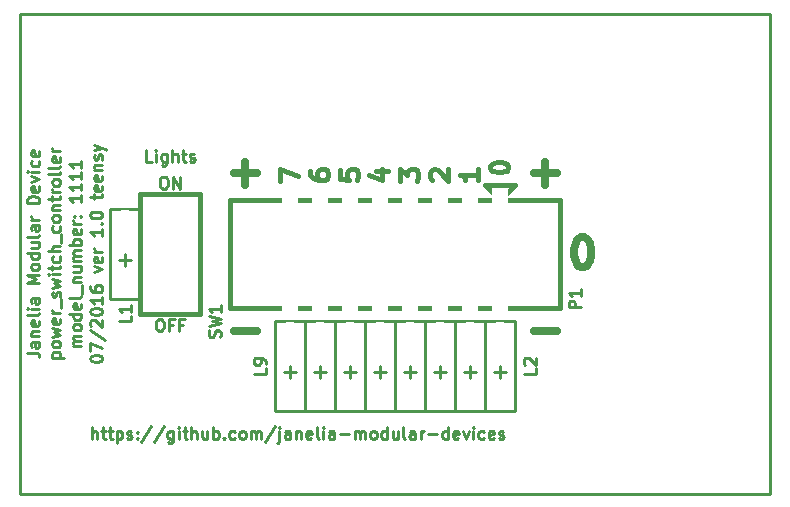
<source format=gto>
G04 #@! TF.FileFunction,Legend,Top*
%FSLAX46Y46*%
G04 Gerber Fmt 4.6, Leading zero omitted, Abs format (unit mm)*
G04 Created by KiCad (PCBNEW 4.1.0-alpha+201607250105+6992~46~ubuntu16.04.1-product) date Mon Jul 25 10:02:05 2016*
%MOMM*%
%LPD*%
G01*
G04 APERTURE LIST*
%ADD10C,0.100000*%
%ADD11C,0.635000*%
%ADD12C,0.254000*%
%ADD13C,0.381000*%
%ADD14C,0.228600*%
%ADD15O,2.254200X2.940000*%
%ADD16R,2.254200X2.940000*%
%ADD17C,3.956000*%
%ADD18O,1.924000X2.432000*%
%ADD19R,1.416000X4.895800*%
%ADD20O,2.559000X2.051000*%
G04 APERTURE END LIST*
D10*
D11*
X121164047Y-98304047D02*
X121405952Y-98304047D01*
X121647857Y-98425000D01*
X121768809Y-98545952D01*
X121889761Y-98787857D01*
X122010714Y-99271666D01*
X122010714Y-99876428D01*
X121889761Y-100360238D01*
X121768809Y-100602142D01*
X121647857Y-100723095D01*
X121405952Y-100844047D01*
X121164047Y-100844047D01*
X120922142Y-100723095D01*
X120801190Y-100602142D01*
X120680238Y-100360238D01*
X120559285Y-99876428D01*
X120559285Y-99271666D01*
X120680238Y-98787857D01*
X120801190Y-98545952D01*
X120922142Y-98425000D01*
X121164047Y-98304047D01*
D12*
X79737857Y-115394619D02*
X79737857Y-114378619D01*
X80173285Y-115394619D02*
X80173285Y-114862428D01*
X80124904Y-114765666D01*
X80028142Y-114717285D01*
X79883000Y-114717285D01*
X79786238Y-114765666D01*
X79737857Y-114814047D01*
X80511952Y-114717285D02*
X80899000Y-114717285D01*
X80657095Y-114378619D02*
X80657095Y-115249476D01*
X80705476Y-115346238D01*
X80802238Y-115394619D01*
X80899000Y-115394619D01*
X81092523Y-114717285D02*
X81479571Y-114717285D01*
X81237666Y-114378619D02*
X81237666Y-115249476D01*
X81286047Y-115346238D01*
X81382809Y-115394619D01*
X81479571Y-115394619D01*
X81818238Y-114717285D02*
X81818238Y-115733285D01*
X81818238Y-114765666D02*
X81915000Y-114717285D01*
X82108523Y-114717285D01*
X82205285Y-114765666D01*
X82253666Y-114814047D01*
X82302047Y-114910809D01*
X82302047Y-115201095D01*
X82253666Y-115297857D01*
X82205285Y-115346238D01*
X82108523Y-115394619D01*
X81915000Y-115394619D01*
X81818238Y-115346238D01*
X82689095Y-115346238D02*
X82785857Y-115394619D01*
X82979380Y-115394619D01*
X83076142Y-115346238D01*
X83124523Y-115249476D01*
X83124523Y-115201095D01*
X83076142Y-115104333D01*
X82979380Y-115055952D01*
X82834238Y-115055952D01*
X82737476Y-115007571D01*
X82689095Y-114910809D01*
X82689095Y-114862428D01*
X82737476Y-114765666D01*
X82834238Y-114717285D01*
X82979380Y-114717285D01*
X83076142Y-114765666D01*
X83559952Y-115297857D02*
X83608333Y-115346238D01*
X83559952Y-115394619D01*
X83511571Y-115346238D01*
X83559952Y-115297857D01*
X83559952Y-115394619D01*
X83559952Y-114765666D02*
X83608333Y-114814047D01*
X83559952Y-114862428D01*
X83511571Y-114814047D01*
X83559952Y-114765666D01*
X83559952Y-114862428D01*
X84769476Y-114330238D02*
X83898619Y-115636523D01*
X85833857Y-114330238D02*
X84963000Y-115636523D01*
X86607952Y-114717285D02*
X86607952Y-115539761D01*
X86559571Y-115636523D01*
X86511190Y-115684904D01*
X86414428Y-115733285D01*
X86269285Y-115733285D01*
X86172523Y-115684904D01*
X86607952Y-115346238D02*
X86511190Y-115394619D01*
X86317666Y-115394619D01*
X86220904Y-115346238D01*
X86172523Y-115297857D01*
X86124142Y-115201095D01*
X86124142Y-114910809D01*
X86172523Y-114814047D01*
X86220904Y-114765666D01*
X86317666Y-114717285D01*
X86511190Y-114717285D01*
X86607952Y-114765666D01*
X87091761Y-115394619D02*
X87091761Y-114717285D01*
X87091761Y-114378619D02*
X87043380Y-114427000D01*
X87091761Y-114475380D01*
X87140142Y-114427000D01*
X87091761Y-114378619D01*
X87091761Y-114475380D01*
X87430428Y-114717285D02*
X87817476Y-114717285D01*
X87575571Y-114378619D02*
X87575571Y-115249476D01*
X87623952Y-115346238D01*
X87720714Y-115394619D01*
X87817476Y-115394619D01*
X88156142Y-115394619D02*
X88156142Y-114378619D01*
X88591571Y-115394619D02*
X88591571Y-114862428D01*
X88543190Y-114765666D01*
X88446428Y-114717285D01*
X88301285Y-114717285D01*
X88204523Y-114765666D01*
X88156142Y-114814047D01*
X89510809Y-114717285D02*
X89510809Y-115394619D01*
X89075380Y-114717285D02*
X89075380Y-115249476D01*
X89123761Y-115346238D01*
X89220523Y-115394619D01*
X89365666Y-115394619D01*
X89462428Y-115346238D01*
X89510809Y-115297857D01*
X89994619Y-115394619D02*
X89994619Y-114378619D01*
X89994619Y-114765666D02*
X90091380Y-114717285D01*
X90284904Y-114717285D01*
X90381666Y-114765666D01*
X90430047Y-114814047D01*
X90478428Y-114910809D01*
X90478428Y-115201095D01*
X90430047Y-115297857D01*
X90381666Y-115346238D01*
X90284904Y-115394619D01*
X90091380Y-115394619D01*
X89994619Y-115346238D01*
X90913857Y-115297857D02*
X90962238Y-115346238D01*
X90913857Y-115394619D01*
X90865476Y-115346238D01*
X90913857Y-115297857D01*
X90913857Y-115394619D01*
X91833095Y-115346238D02*
X91736333Y-115394619D01*
X91542809Y-115394619D01*
X91446047Y-115346238D01*
X91397666Y-115297857D01*
X91349285Y-115201095D01*
X91349285Y-114910809D01*
X91397666Y-114814047D01*
X91446047Y-114765666D01*
X91542809Y-114717285D01*
X91736333Y-114717285D01*
X91833095Y-114765666D01*
X92413666Y-115394619D02*
X92316904Y-115346238D01*
X92268523Y-115297857D01*
X92220142Y-115201095D01*
X92220142Y-114910809D01*
X92268523Y-114814047D01*
X92316904Y-114765666D01*
X92413666Y-114717285D01*
X92558809Y-114717285D01*
X92655571Y-114765666D01*
X92703952Y-114814047D01*
X92752333Y-114910809D01*
X92752333Y-115201095D01*
X92703952Y-115297857D01*
X92655571Y-115346238D01*
X92558809Y-115394619D01*
X92413666Y-115394619D01*
X93187761Y-115394619D02*
X93187761Y-114717285D01*
X93187761Y-114814047D02*
X93236142Y-114765666D01*
X93332904Y-114717285D01*
X93478047Y-114717285D01*
X93574809Y-114765666D01*
X93623190Y-114862428D01*
X93623190Y-115394619D01*
X93623190Y-114862428D02*
X93671571Y-114765666D01*
X93768333Y-114717285D01*
X93913476Y-114717285D01*
X94010238Y-114765666D01*
X94058619Y-114862428D01*
X94058619Y-115394619D01*
X95268142Y-114330238D02*
X94397285Y-115636523D01*
X95606809Y-114717285D02*
X95606809Y-115588142D01*
X95558428Y-115684904D01*
X95461666Y-115733285D01*
X95413285Y-115733285D01*
X95606809Y-114378619D02*
X95558428Y-114427000D01*
X95606809Y-114475380D01*
X95655190Y-114427000D01*
X95606809Y-114378619D01*
X95606809Y-114475380D01*
X96526047Y-115394619D02*
X96526047Y-114862428D01*
X96477666Y-114765666D01*
X96380904Y-114717285D01*
X96187380Y-114717285D01*
X96090619Y-114765666D01*
X96526047Y-115346238D02*
X96429285Y-115394619D01*
X96187380Y-115394619D01*
X96090619Y-115346238D01*
X96042238Y-115249476D01*
X96042238Y-115152714D01*
X96090619Y-115055952D01*
X96187380Y-115007571D01*
X96429285Y-115007571D01*
X96526047Y-114959190D01*
X97009857Y-114717285D02*
X97009857Y-115394619D01*
X97009857Y-114814047D02*
X97058238Y-114765666D01*
X97155000Y-114717285D01*
X97300142Y-114717285D01*
X97396904Y-114765666D01*
X97445285Y-114862428D01*
X97445285Y-115394619D01*
X98316142Y-115346238D02*
X98219380Y-115394619D01*
X98025857Y-115394619D01*
X97929095Y-115346238D01*
X97880714Y-115249476D01*
X97880714Y-114862428D01*
X97929095Y-114765666D01*
X98025857Y-114717285D01*
X98219380Y-114717285D01*
X98316142Y-114765666D01*
X98364523Y-114862428D01*
X98364523Y-114959190D01*
X97880714Y-115055952D01*
X98945095Y-115394619D02*
X98848333Y-115346238D01*
X98799952Y-115249476D01*
X98799952Y-114378619D01*
X99332142Y-115394619D02*
X99332142Y-114717285D01*
X99332142Y-114378619D02*
X99283761Y-114427000D01*
X99332142Y-114475380D01*
X99380523Y-114427000D01*
X99332142Y-114378619D01*
X99332142Y-114475380D01*
X100251380Y-115394619D02*
X100251380Y-114862428D01*
X100203000Y-114765666D01*
X100106238Y-114717285D01*
X99912714Y-114717285D01*
X99815952Y-114765666D01*
X100251380Y-115346238D02*
X100154619Y-115394619D01*
X99912714Y-115394619D01*
X99815952Y-115346238D01*
X99767571Y-115249476D01*
X99767571Y-115152714D01*
X99815952Y-115055952D01*
X99912714Y-115007571D01*
X100154619Y-115007571D01*
X100251380Y-114959190D01*
X100735190Y-115007571D02*
X101509285Y-115007571D01*
X101993095Y-115394619D02*
X101993095Y-114717285D01*
X101993095Y-114814047D02*
X102041476Y-114765666D01*
X102138238Y-114717285D01*
X102283380Y-114717285D01*
X102380142Y-114765666D01*
X102428523Y-114862428D01*
X102428523Y-115394619D01*
X102428523Y-114862428D02*
X102476904Y-114765666D01*
X102573666Y-114717285D01*
X102718809Y-114717285D01*
X102815571Y-114765666D01*
X102863952Y-114862428D01*
X102863952Y-115394619D01*
X103492904Y-115394619D02*
X103396142Y-115346238D01*
X103347761Y-115297857D01*
X103299380Y-115201095D01*
X103299380Y-114910809D01*
X103347761Y-114814047D01*
X103396142Y-114765666D01*
X103492904Y-114717285D01*
X103638047Y-114717285D01*
X103734809Y-114765666D01*
X103783190Y-114814047D01*
X103831571Y-114910809D01*
X103831571Y-115201095D01*
X103783190Y-115297857D01*
X103734809Y-115346238D01*
X103638047Y-115394619D01*
X103492904Y-115394619D01*
X104702428Y-115394619D02*
X104702428Y-114378619D01*
X104702428Y-115346238D02*
X104605666Y-115394619D01*
X104412142Y-115394619D01*
X104315380Y-115346238D01*
X104267000Y-115297857D01*
X104218619Y-115201095D01*
X104218619Y-114910809D01*
X104267000Y-114814047D01*
X104315380Y-114765666D01*
X104412142Y-114717285D01*
X104605666Y-114717285D01*
X104702428Y-114765666D01*
X105621666Y-114717285D02*
X105621666Y-115394619D01*
X105186238Y-114717285D02*
X105186238Y-115249476D01*
X105234619Y-115346238D01*
X105331380Y-115394619D01*
X105476523Y-115394619D01*
X105573285Y-115346238D01*
X105621666Y-115297857D01*
X106250619Y-115394619D02*
X106153857Y-115346238D01*
X106105476Y-115249476D01*
X106105476Y-114378619D01*
X107073095Y-115394619D02*
X107073095Y-114862428D01*
X107024714Y-114765666D01*
X106927952Y-114717285D01*
X106734428Y-114717285D01*
X106637666Y-114765666D01*
X107073095Y-115346238D02*
X106976333Y-115394619D01*
X106734428Y-115394619D01*
X106637666Y-115346238D01*
X106589285Y-115249476D01*
X106589285Y-115152714D01*
X106637666Y-115055952D01*
X106734428Y-115007571D01*
X106976333Y-115007571D01*
X107073095Y-114959190D01*
X107556904Y-115394619D02*
X107556904Y-114717285D01*
X107556904Y-114910809D02*
X107605285Y-114814047D01*
X107653666Y-114765666D01*
X107750428Y-114717285D01*
X107847190Y-114717285D01*
X108185857Y-115007571D02*
X108959952Y-115007571D01*
X109879190Y-115394619D02*
X109879190Y-114378619D01*
X109879190Y-115346238D02*
X109782428Y-115394619D01*
X109588904Y-115394619D01*
X109492142Y-115346238D01*
X109443761Y-115297857D01*
X109395380Y-115201095D01*
X109395380Y-114910809D01*
X109443761Y-114814047D01*
X109492142Y-114765666D01*
X109588904Y-114717285D01*
X109782428Y-114717285D01*
X109879190Y-114765666D01*
X110750047Y-115346238D02*
X110653285Y-115394619D01*
X110459761Y-115394619D01*
X110363000Y-115346238D01*
X110314619Y-115249476D01*
X110314619Y-114862428D01*
X110363000Y-114765666D01*
X110459761Y-114717285D01*
X110653285Y-114717285D01*
X110750047Y-114765666D01*
X110798428Y-114862428D01*
X110798428Y-114959190D01*
X110314619Y-115055952D01*
X111137095Y-114717285D02*
X111379000Y-115394619D01*
X111620904Y-114717285D01*
X112007952Y-115394619D02*
X112007952Y-114717285D01*
X112007952Y-114378619D02*
X111959571Y-114427000D01*
X112007952Y-114475380D01*
X112056333Y-114427000D01*
X112007952Y-114378619D01*
X112007952Y-114475380D01*
X112927190Y-115346238D02*
X112830428Y-115394619D01*
X112636904Y-115394619D01*
X112540142Y-115346238D01*
X112491761Y-115297857D01*
X112443380Y-115201095D01*
X112443380Y-114910809D01*
X112491761Y-114814047D01*
X112540142Y-114765666D01*
X112636904Y-114717285D01*
X112830428Y-114717285D01*
X112927190Y-114765666D01*
X113749666Y-115346238D02*
X113652904Y-115394619D01*
X113459380Y-115394619D01*
X113362619Y-115346238D01*
X113314238Y-115249476D01*
X113314238Y-114862428D01*
X113362619Y-114765666D01*
X113459380Y-114717285D01*
X113652904Y-114717285D01*
X113749666Y-114765666D01*
X113798047Y-114862428D01*
X113798047Y-114959190D01*
X113314238Y-115055952D01*
X114185095Y-115346238D02*
X114281857Y-115394619D01*
X114475380Y-115394619D01*
X114572142Y-115346238D01*
X114620523Y-115249476D01*
X114620523Y-115201095D01*
X114572142Y-115104333D01*
X114475380Y-115055952D01*
X114330238Y-115055952D01*
X114233476Y-115007571D01*
X114185095Y-114910809D01*
X114185095Y-114862428D01*
X114233476Y-114765666D01*
X114330238Y-114717285D01*
X114475380Y-114717285D01*
X114572142Y-114765666D01*
D11*
X117142380Y-106226428D02*
X119077619Y-106226428D01*
X91742380Y-106226428D02*
X93677619Y-106226428D01*
X91742380Y-92891428D02*
X93677619Y-92891428D01*
X92710000Y-93859047D02*
X92710000Y-91923809D01*
X117142380Y-92891428D02*
X119077619Y-92891428D01*
X118110000Y-93859047D02*
X118110000Y-91923809D01*
D12*
X84811809Y-91899619D02*
X84328000Y-91899619D01*
X84328000Y-90883619D01*
X85150476Y-91899619D02*
X85150476Y-91222285D01*
X85150476Y-90883619D02*
X85102095Y-90932000D01*
X85150476Y-90980380D01*
X85198857Y-90932000D01*
X85150476Y-90883619D01*
X85150476Y-90980380D01*
X86069714Y-91222285D02*
X86069714Y-92044761D01*
X86021333Y-92141523D01*
X85972952Y-92189904D01*
X85876190Y-92238285D01*
X85731047Y-92238285D01*
X85634285Y-92189904D01*
X86069714Y-91851238D02*
X85972952Y-91899619D01*
X85779428Y-91899619D01*
X85682666Y-91851238D01*
X85634285Y-91802857D01*
X85585904Y-91706095D01*
X85585904Y-91415809D01*
X85634285Y-91319047D01*
X85682666Y-91270666D01*
X85779428Y-91222285D01*
X85972952Y-91222285D01*
X86069714Y-91270666D01*
X86553523Y-91899619D02*
X86553523Y-90883619D01*
X86988952Y-91899619D02*
X86988952Y-91367428D01*
X86940571Y-91270666D01*
X86843809Y-91222285D01*
X86698666Y-91222285D01*
X86601904Y-91270666D01*
X86553523Y-91319047D01*
X87327619Y-91222285D02*
X87714666Y-91222285D01*
X87472761Y-90883619D02*
X87472761Y-91754476D01*
X87521142Y-91851238D01*
X87617904Y-91899619D01*
X87714666Y-91899619D01*
X88004952Y-91851238D02*
X88101714Y-91899619D01*
X88295238Y-91899619D01*
X88392000Y-91851238D01*
X88440380Y-91754476D01*
X88440380Y-91706095D01*
X88392000Y-91609333D01*
X88295238Y-91560952D01*
X88150095Y-91560952D01*
X88053333Y-91512571D01*
X88004952Y-91415809D01*
X88004952Y-91367428D01*
X88053333Y-91270666D01*
X88150095Y-91222285D01*
X88295238Y-91222285D01*
X88392000Y-91270666D01*
D13*
X95685428Y-93514635D02*
X95685428Y-92498635D01*
X97209428Y-93151778D01*
X98225428Y-92716350D02*
X98225428Y-93006635D01*
X98298000Y-93151778D01*
X98370571Y-93224350D01*
X98588285Y-93369492D01*
X98878571Y-93442064D01*
X99459142Y-93442064D01*
X99604285Y-93369492D01*
X99676857Y-93296921D01*
X99749428Y-93151778D01*
X99749428Y-92861492D01*
X99676857Y-92716350D01*
X99604285Y-92643778D01*
X99459142Y-92571207D01*
X99096285Y-92571207D01*
X98951142Y-92643778D01*
X98878571Y-92716350D01*
X98806000Y-92861492D01*
X98806000Y-93151778D01*
X98878571Y-93296921D01*
X98951142Y-93369492D01*
X99096285Y-93442064D01*
X100765428Y-92643778D02*
X100765428Y-93369492D01*
X101491142Y-93442064D01*
X101418571Y-93369492D01*
X101346000Y-93224350D01*
X101346000Y-92861492D01*
X101418571Y-92716350D01*
X101491142Y-92643778D01*
X101636285Y-92571207D01*
X101999142Y-92571207D01*
X102144285Y-92643778D01*
X102216857Y-92716350D01*
X102289428Y-92861492D01*
X102289428Y-93224350D01*
X102216857Y-93369492D01*
X102144285Y-93442064D01*
X103813428Y-92716350D02*
X104829428Y-92716350D01*
X103232857Y-93079207D02*
X104321428Y-93442064D01*
X104321428Y-92498635D01*
X105845428Y-93514635D02*
X105845428Y-92571207D01*
X106426000Y-93079207D01*
X106426000Y-92861492D01*
X106498571Y-92716350D01*
X106571142Y-92643778D01*
X106716285Y-92571207D01*
X107079142Y-92571207D01*
X107224285Y-92643778D01*
X107296857Y-92716350D01*
X107369428Y-92861492D01*
X107369428Y-93296921D01*
X107296857Y-93442064D01*
X107224285Y-93514635D01*
X108530571Y-93442064D02*
X108458000Y-93369492D01*
X108385428Y-93224350D01*
X108385428Y-92861492D01*
X108458000Y-92716350D01*
X108530571Y-92643778D01*
X108675714Y-92571207D01*
X108820857Y-92571207D01*
X109038571Y-92643778D01*
X109909428Y-93514635D01*
X109909428Y-92571207D01*
X112449428Y-92571207D02*
X112449428Y-93442064D01*
X112449428Y-93006635D02*
X110925428Y-93006635D01*
X111143142Y-93151778D01*
X111288285Y-93296921D01*
X111360857Y-93442064D01*
X113465428Y-92444207D02*
X113465428Y-92299064D01*
X113538000Y-92153921D01*
X113610571Y-92081350D01*
X113755714Y-92008778D01*
X114046000Y-91936207D01*
X114408857Y-91936207D01*
X114699142Y-92008778D01*
X114844285Y-92081350D01*
X114916857Y-92153921D01*
X114989428Y-92299064D01*
X114989428Y-92444207D01*
X114916857Y-92589350D01*
X114844285Y-92661921D01*
X114699142Y-92734492D01*
X114408857Y-92807064D01*
X114046000Y-92807064D01*
X113755714Y-92734492D01*
X113610571Y-92661921D01*
X113538000Y-92589350D01*
X113465428Y-92444207D01*
D14*
X137160000Y-79375000D02*
X73660000Y-79375000D01*
X137160000Y-120015000D02*
X137160000Y-79375000D01*
X73660000Y-120015000D02*
X137160000Y-120015000D01*
X73660000Y-79375000D02*
X73660000Y-120015000D01*
D12*
X74246619Y-108089095D02*
X74972333Y-108089095D01*
X75117476Y-108137476D01*
X75214238Y-108234238D01*
X75262619Y-108379380D01*
X75262619Y-108476142D01*
X75262619Y-107169857D02*
X74730428Y-107169857D01*
X74633666Y-107218238D01*
X74585285Y-107315000D01*
X74585285Y-107508523D01*
X74633666Y-107605285D01*
X75214238Y-107169857D02*
X75262619Y-107266619D01*
X75262619Y-107508523D01*
X75214238Y-107605285D01*
X75117476Y-107653666D01*
X75020714Y-107653666D01*
X74923952Y-107605285D01*
X74875571Y-107508523D01*
X74875571Y-107266619D01*
X74827190Y-107169857D01*
X74585285Y-106686047D02*
X75262619Y-106686047D01*
X74682047Y-106686047D02*
X74633666Y-106637666D01*
X74585285Y-106540904D01*
X74585285Y-106395761D01*
X74633666Y-106299000D01*
X74730428Y-106250619D01*
X75262619Y-106250619D01*
X75214238Y-105379761D02*
X75262619Y-105476523D01*
X75262619Y-105670047D01*
X75214238Y-105766809D01*
X75117476Y-105815190D01*
X74730428Y-105815190D01*
X74633666Y-105766809D01*
X74585285Y-105670047D01*
X74585285Y-105476523D01*
X74633666Y-105379761D01*
X74730428Y-105331380D01*
X74827190Y-105331380D01*
X74923952Y-105815190D01*
X75262619Y-104750809D02*
X75214238Y-104847571D01*
X75117476Y-104895952D01*
X74246619Y-104895952D01*
X75262619Y-104363761D02*
X74585285Y-104363761D01*
X74246619Y-104363761D02*
X74295000Y-104412142D01*
X74343380Y-104363761D01*
X74295000Y-104315380D01*
X74246619Y-104363761D01*
X74343380Y-104363761D01*
X75262619Y-103444523D02*
X74730428Y-103444523D01*
X74633666Y-103492904D01*
X74585285Y-103589666D01*
X74585285Y-103783190D01*
X74633666Y-103879952D01*
X75214238Y-103444523D02*
X75262619Y-103541285D01*
X75262619Y-103783190D01*
X75214238Y-103879952D01*
X75117476Y-103928333D01*
X75020714Y-103928333D01*
X74923952Y-103879952D01*
X74875571Y-103783190D01*
X74875571Y-103541285D01*
X74827190Y-103444523D01*
X75262619Y-102186619D02*
X74246619Y-102186619D01*
X74972333Y-101847952D01*
X74246619Y-101509285D01*
X75262619Y-101509285D01*
X75262619Y-100880333D02*
X75214238Y-100977095D01*
X75165857Y-101025476D01*
X75069095Y-101073857D01*
X74778809Y-101073857D01*
X74682047Y-101025476D01*
X74633666Y-100977095D01*
X74585285Y-100880333D01*
X74585285Y-100735190D01*
X74633666Y-100638428D01*
X74682047Y-100590047D01*
X74778809Y-100541666D01*
X75069095Y-100541666D01*
X75165857Y-100590047D01*
X75214238Y-100638428D01*
X75262619Y-100735190D01*
X75262619Y-100880333D01*
X75262619Y-99670809D02*
X74246619Y-99670809D01*
X75214238Y-99670809D02*
X75262619Y-99767571D01*
X75262619Y-99961095D01*
X75214238Y-100057857D01*
X75165857Y-100106238D01*
X75069095Y-100154619D01*
X74778809Y-100154619D01*
X74682047Y-100106238D01*
X74633666Y-100057857D01*
X74585285Y-99961095D01*
X74585285Y-99767571D01*
X74633666Y-99670809D01*
X74585285Y-98751571D02*
X75262619Y-98751571D01*
X74585285Y-99187000D02*
X75117476Y-99187000D01*
X75214238Y-99138619D01*
X75262619Y-99041857D01*
X75262619Y-98896714D01*
X75214238Y-98799952D01*
X75165857Y-98751571D01*
X75262619Y-98122619D02*
X75214238Y-98219380D01*
X75117476Y-98267761D01*
X74246619Y-98267761D01*
X75262619Y-97300142D02*
X74730428Y-97300142D01*
X74633666Y-97348523D01*
X74585285Y-97445285D01*
X74585285Y-97638809D01*
X74633666Y-97735571D01*
X75214238Y-97300142D02*
X75262619Y-97396904D01*
X75262619Y-97638809D01*
X75214238Y-97735571D01*
X75117476Y-97783952D01*
X75020714Y-97783952D01*
X74923952Y-97735571D01*
X74875571Y-97638809D01*
X74875571Y-97396904D01*
X74827190Y-97300142D01*
X75262619Y-96816333D02*
X74585285Y-96816333D01*
X74778809Y-96816333D02*
X74682047Y-96767952D01*
X74633666Y-96719571D01*
X74585285Y-96622809D01*
X74585285Y-96526047D01*
X75262619Y-95413285D02*
X74246619Y-95413285D01*
X74246619Y-95171380D01*
X74295000Y-95026238D01*
X74391761Y-94929476D01*
X74488523Y-94881095D01*
X74682047Y-94832714D01*
X74827190Y-94832714D01*
X75020714Y-94881095D01*
X75117476Y-94929476D01*
X75214238Y-95026238D01*
X75262619Y-95171380D01*
X75262619Y-95413285D01*
X75214238Y-94010238D02*
X75262619Y-94107000D01*
X75262619Y-94300523D01*
X75214238Y-94397285D01*
X75117476Y-94445666D01*
X74730428Y-94445666D01*
X74633666Y-94397285D01*
X74585285Y-94300523D01*
X74585285Y-94107000D01*
X74633666Y-94010238D01*
X74730428Y-93961857D01*
X74827190Y-93961857D01*
X74923952Y-94445666D01*
X74585285Y-93623190D02*
X75262619Y-93381285D01*
X74585285Y-93139380D01*
X75262619Y-92752333D02*
X74585285Y-92752333D01*
X74246619Y-92752333D02*
X74295000Y-92800714D01*
X74343380Y-92752333D01*
X74295000Y-92703952D01*
X74246619Y-92752333D01*
X74343380Y-92752333D01*
X75214238Y-91833095D02*
X75262619Y-91929857D01*
X75262619Y-92123380D01*
X75214238Y-92220142D01*
X75165857Y-92268523D01*
X75069095Y-92316904D01*
X74778809Y-92316904D01*
X74682047Y-92268523D01*
X74633666Y-92220142D01*
X74585285Y-92123380D01*
X74585285Y-91929857D01*
X74633666Y-91833095D01*
X75214238Y-91010619D02*
X75262619Y-91107380D01*
X75262619Y-91300904D01*
X75214238Y-91397666D01*
X75117476Y-91446047D01*
X74730428Y-91446047D01*
X74633666Y-91397666D01*
X74585285Y-91300904D01*
X74585285Y-91107380D01*
X74633666Y-91010619D01*
X74730428Y-90962238D01*
X74827190Y-90962238D01*
X74923952Y-91446047D01*
X76363285Y-108500333D02*
X77379285Y-108500333D01*
X76411666Y-108500333D02*
X76363285Y-108403571D01*
X76363285Y-108210047D01*
X76411666Y-108113285D01*
X76460047Y-108064904D01*
X76556809Y-108016523D01*
X76847095Y-108016523D01*
X76943857Y-108064904D01*
X76992238Y-108113285D01*
X77040619Y-108210047D01*
X77040619Y-108403571D01*
X76992238Y-108500333D01*
X77040619Y-107435952D02*
X76992238Y-107532714D01*
X76943857Y-107581095D01*
X76847095Y-107629476D01*
X76556809Y-107629476D01*
X76460047Y-107581095D01*
X76411666Y-107532714D01*
X76363285Y-107435952D01*
X76363285Y-107290809D01*
X76411666Y-107194047D01*
X76460047Y-107145666D01*
X76556809Y-107097285D01*
X76847095Y-107097285D01*
X76943857Y-107145666D01*
X76992238Y-107194047D01*
X77040619Y-107290809D01*
X77040619Y-107435952D01*
X76363285Y-106758619D02*
X77040619Y-106565095D01*
X76556809Y-106371571D01*
X77040619Y-106178047D01*
X76363285Y-105984523D01*
X76992238Y-105210428D02*
X77040619Y-105307190D01*
X77040619Y-105500714D01*
X76992238Y-105597476D01*
X76895476Y-105645857D01*
X76508428Y-105645857D01*
X76411666Y-105597476D01*
X76363285Y-105500714D01*
X76363285Y-105307190D01*
X76411666Y-105210428D01*
X76508428Y-105162047D01*
X76605190Y-105162047D01*
X76701952Y-105645857D01*
X77040619Y-104726619D02*
X76363285Y-104726619D01*
X76556809Y-104726619D02*
X76460047Y-104678238D01*
X76411666Y-104629857D01*
X76363285Y-104533095D01*
X76363285Y-104436333D01*
X77137380Y-104339571D02*
X77137380Y-103565476D01*
X76992238Y-103371952D02*
X77040619Y-103275190D01*
X77040619Y-103081666D01*
X76992238Y-102984904D01*
X76895476Y-102936523D01*
X76847095Y-102936523D01*
X76750333Y-102984904D01*
X76701952Y-103081666D01*
X76701952Y-103226809D01*
X76653571Y-103323571D01*
X76556809Y-103371952D01*
X76508428Y-103371952D01*
X76411666Y-103323571D01*
X76363285Y-103226809D01*
X76363285Y-103081666D01*
X76411666Y-102984904D01*
X76363285Y-102597857D02*
X77040619Y-102404333D01*
X76556809Y-102210809D01*
X77040619Y-102017285D01*
X76363285Y-101823761D01*
X77040619Y-101436714D02*
X76363285Y-101436714D01*
X76024619Y-101436714D02*
X76073000Y-101485095D01*
X76121380Y-101436714D01*
X76073000Y-101388333D01*
X76024619Y-101436714D01*
X76121380Y-101436714D01*
X76363285Y-101098047D02*
X76363285Y-100711000D01*
X76024619Y-100952904D02*
X76895476Y-100952904D01*
X76992238Y-100904523D01*
X77040619Y-100807761D01*
X77040619Y-100711000D01*
X76992238Y-99936904D02*
X77040619Y-100033666D01*
X77040619Y-100227190D01*
X76992238Y-100323952D01*
X76943857Y-100372333D01*
X76847095Y-100420714D01*
X76556809Y-100420714D01*
X76460047Y-100372333D01*
X76411666Y-100323952D01*
X76363285Y-100227190D01*
X76363285Y-100033666D01*
X76411666Y-99936904D01*
X77040619Y-99501476D02*
X76024619Y-99501476D01*
X77040619Y-99066047D02*
X76508428Y-99066047D01*
X76411666Y-99114428D01*
X76363285Y-99211190D01*
X76363285Y-99356333D01*
X76411666Y-99453095D01*
X76460047Y-99501476D01*
X77137380Y-98824142D02*
X77137380Y-98050047D01*
X76992238Y-97372714D02*
X77040619Y-97469476D01*
X77040619Y-97663000D01*
X76992238Y-97759761D01*
X76943857Y-97808142D01*
X76847095Y-97856523D01*
X76556809Y-97856523D01*
X76460047Y-97808142D01*
X76411666Y-97759761D01*
X76363285Y-97663000D01*
X76363285Y-97469476D01*
X76411666Y-97372714D01*
X77040619Y-96792142D02*
X76992238Y-96888904D01*
X76943857Y-96937285D01*
X76847095Y-96985666D01*
X76556809Y-96985666D01*
X76460047Y-96937285D01*
X76411666Y-96888904D01*
X76363285Y-96792142D01*
X76363285Y-96647000D01*
X76411666Y-96550238D01*
X76460047Y-96501857D01*
X76556809Y-96453476D01*
X76847095Y-96453476D01*
X76943857Y-96501857D01*
X76992238Y-96550238D01*
X77040619Y-96647000D01*
X77040619Y-96792142D01*
X76363285Y-96018047D02*
X77040619Y-96018047D01*
X76460047Y-96018047D02*
X76411666Y-95969666D01*
X76363285Y-95872904D01*
X76363285Y-95727761D01*
X76411666Y-95631000D01*
X76508428Y-95582619D01*
X77040619Y-95582619D01*
X76363285Y-95243952D02*
X76363285Y-94856904D01*
X76024619Y-95098809D02*
X76895476Y-95098809D01*
X76992238Y-95050428D01*
X77040619Y-94953666D01*
X77040619Y-94856904D01*
X77040619Y-94518238D02*
X76363285Y-94518238D01*
X76556809Y-94518238D02*
X76460047Y-94469857D01*
X76411666Y-94421476D01*
X76363285Y-94324714D01*
X76363285Y-94227952D01*
X77040619Y-93744142D02*
X76992238Y-93840904D01*
X76943857Y-93889285D01*
X76847095Y-93937666D01*
X76556809Y-93937666D01*
X76460047Y-93889285D01*
X76411666Y-93840904D01*
X76363285Y-93744142D01*
X76363285Y-93599000D01*
X76411666Y-93502238D01*
X76460047Y-93453857D01*
X76556809Y-93405476D01*
X76847095Y-93405476D01*
X76943857Y-93453857D01*
X76992238Y-93502238D01*
X77040619Y-93599000D01*
X77040619Y-93744142D01*
X77040619Y-92824904D02*
X76992238Y-92921666D01*
X76895476Y-92970047D01*
X76024619Y-92970047D01*
X77040619Y-92292714D02*
X76992238Y-92389476D01*
X76895476Y-92437857D01*
X76024619Y-92437857D01*
X76992238Y-91518619D02*
X77040619Y-91615380D01*
X77040619Y-91808904D01*
X76992238Y-91905666D01*
X76895476Y-91954047D01*
X76508428Y-91954047D01*
X76411666Y-91905666D01*
X76363285Y-91808904D01*
X76363285Y-91615380D01*
X76411666Y-91518619D01*
X76508428Y-91470238D01*
X76605190Y-91470238D01*
X76701952Y-91954047D01*
X77040619Y-91034809D02*
X76363285Y-91034809D01*
X76556809Y-91034809D02*
X76460047Y-90986428D01*
X76411666Y-90938047D01*
X76363285Y-90841285D01*
X76363285Y-90744523D01*
X78818619Y-107508523D02*
X78141285Y-107508523D01*
X78238047Y-107508523D02*
X78189666Y-107460142D01*
X78141285Y-107363380D01*
X78141285Y-107218238D01*
X78189666Y-107121476D01*
X78286428Y-107073095D01*
X78818619Y-107073095D01*
X78286428Y-107073095D02*
X78189666Y-107024714D01*
X78141285Y-106927952D01*
X78141285Y-106782809D01*
X78189666Y-106686047D01*
X78286428Y-106637666D01*
X78818619Y-106637666D01*
X78818619Y-106008714D02*
X78770238Y-106105476D01*
X78721857Y-106153857D01*
X78625095Y-106202238D01*
X78334809Y-106202238D01*
X78238047Y-106153857D01*
X78189666Y-106105476D01*
X78141285Y-106008714D01*
X78141285Y-105863571D01*
X78189666Y-105766809D01*
X78238047Y-105718428D01*
X78334809Y-105670047D01*
X78625095Y-105670047D01*
X78721857Y-105718428D01*
X78770238Y-105766809D01*
X78818619Y-105863571D01*
X78818619Y-106008714D01*
X78818619Y-104799190D02*
X77802619Y-104799190D01*
X78770238Y-104799190D02*
X78818619Y-104895952D01*
X78818619Y-105089476D01*
X78770238Y-105186238D01*
X78721857Y-105234619D01*
X78625095Y-105283000D01*
X78334809Y-105283000D01*
X78238047Y-105234619D01*
X78189666Y-105186238D01*
X78141285Y-105089476D01*
X78141285Y-104895952D01*
X78189666Y-104799190D01*
X78770238Y-103928333D02*
X78818619Y-104025095D01*
X78818619Y-104218619D01*
X78770238Y-104315380D01*
X78673476Y-104363761D01*
X78286428Y-104363761D01*
X78189666Y-104315380D01*
X78141285Y-104218619D01*
X78141285Y-104025095D01*
X78189666Y-103928333D01*
X78286428Y-103879952D01*
X78383190Y-103879952D01*
X78479952Y-104363761D01*
X78818619Y-103299380D02*
X78770238Y-103396142D01*
X78673476Y-103444523D01*
X77802619Y-103444523D01*
X78915380Y-103154238D02*
X78915380Y-102380142D01*
X78141285Y-102138238D02*
X78818619Y-102138238D01*
X78238047Y-102138238D02*
X78189666Y-102089857D01*
X78141285Y-101993095D01*
X78141285Y-101847952D01*
X78189666Y-101751190D01*
X78286428Y-101702809D01*
X78818619Y-101702809D01*
X78141285Y-100783571D02*
X78818619Y-100783571D01*
X78141285Y-101219000D02*
X78673476Y-101219000D01*
X78770238Y-101170619D01*
X78818619Y-101073857D01*
X78818619Y-100928714D01*
X78770238Y-100831952D01*
X78721857Y-100783571D01*
X78818619Y-100299761D02*
X78141285Y-100299761D01*
X78238047Y-100299761D02*
X78189666Y-100251380D01*
X78141285Y-100154619D01*
X78141285Y-100009476D01*
X78189666Y-99912714D01*
X78286428Y-99864333D01*
X78818619Y-99864333D01*
X78286428Y-99864333D02*
X78189666Y-99815952D01*
X78141285Y-99719190D01*
X78141285Y-99574047D01*
X78189666Y-99477285D01*
X78286428Y-99428904D01*
X78818619Y-99428904D01*
X78818619Y-98945095D02*
X77802619Y-98945095D01*
X78189666Y-98945095D02*
X78141285Y-98848333D01*
X78141285Y-98654809D01*
X78189666Y-98558047D01*
X78238047Y-98509666D01*
X78334809Y-98461285D01*
X78625095Y-98461285D01*
X78721857Y-98509666D01*
X78770238Y-98558047D01*
X78818619Y-98654809D01*
X78818619Y-98848333D01*
X78770238Y-98945095D01*
X78770238Y-97638809D02*
X78818619Y-97735571D01*
X78818619Y-97929095D01*
X78770238Y-98025857D01*
X78673476Y-98074238D01*
X78286428Y-98074238D01*
X78189666Y-98025857D01*
X78141285Y-97929095D01*
X78141285Y-97735571D01*
X78189666Y-97638809D01*
X78286428Y-97590428D01*
X78383190Y-97590428D01*
X78479952Y-98074238D01*
X78818619Y-97155000D02*
X78141285Y-97155000D01*
X78334809Y-97155000D02*
X78238047Y-97106619D01*
X78189666Y-97058238D01*
X78141285Y-96961476D01*
X78141285Y-96864714D01*
X78721857Y-96526047D02*
X78770238Y-96477666D01*
X78818619Y-96526047D01*
X78770238Y-96574428D01*
X78721857Y-96526047D01*
X78818619Y-96526047D01*
X78189666Y-96526047D02*
X78238047Y-96477666D01*
X78286428Y-96526047D01*
X78238047Y-96574428D01*
X78189666Y-96526047D01*
X78286428Y-96526047D01*
X78818619Y-94735952D02*
X78818619Y-95316523D01*
X78818619Y-95026238D02*
X77802619Y-95026238D01*
X77947761Y-95123000D01*
X78044523Y-95219761D01*
X78092904Y-95316523D01*
X78818619Y-93768333D02*
X78818619Y-94348904D01*
X78818619Y-94058619D02*
X77802619Y-94058619D01*
X77947761Y-94155380D01*
X78044523Y-94252142D01*
X78092904Y-94348904D01*
X78818619Y-92800714D02*
X78818619Y-93381285D01*
X78818619Y-93091000D02*
X77802619Y-93091000D01*
X77947761Y-93187761D01*
X78044523Y-93284523D01*
X78092904Y-93381285D01*
X78818619Y-91833095D02*
X78818619Y-92413666D01*
X78818619Y-92123380D02*
X77802619Y-92123380D01*
X77947761Y-92220142D01*
X78044523Y-92316904D01*
X78092904Y-92413666D01*
X79580619Y-108621285D02*
X79580619Y-108524523D01*
X79629000Y-108427761D01*
X79677380Y-108379380D01*
X79774142Y-108331000D01*
X79967666Y-108282619D01*
X80209571Y-108282619D01*
X80403095Y-108331000D01*
X80499857Y-108379380D01*
X80548238Y-108427761D01*
X80596619Y-108524523D01*
X80596619Y-108621285D01*
X80548238Y-108718047D01*
X80499857Y-108766428D01*
X80403095Y-108814809D01*
X80209571Y-108863190D01*
X79967666Y-108863190D01*
X79774142Y-108814809D01*
X79677380Y-108766428D01*
X79629000Y-108718047D01*
X79580619Y-108621285D01*
X79580619Y-107943952D02*
X79580619Y-107266619D01*
X80596619Y-107702047D01*
X79532238Y-106153857D02*
X80838523Y-107024714D01*
X79677380Y-105863571D02*
X79629000Y-105815190D01*
X79580619Y-105718428D01*
X79580619Y-105476523D01*
X79629000Y-105379761D01*
X79677380Y-105331380D01*
X79774142Y-105283000D01*
X79870904Y-105283000D01*
X80016047Y-105331380D01*
X80596619Y-105911952D01*
X80596619Y-105283000D01*
X79580619Y-104654047D02*
X79580619Y-104557285D01*
X79629000Y-104460523D01*
X79677380Y-104412142D01*
X79774142Y-104363761D01*
X79967666Y-104315380D01*
X80209571Y-104315380D01*
X80403095Y-104363761D01*
X80499857Y-104412142D01*
X80548238Y-104460523D01*
X80596619Y-104557285D01*
X80596619Y-104654047D01*
X80548238Y-104750809D01*
X80499857Y-104799190D01*
X80403095Y-104847571D01*
X80209571Y-104895952D01*
X79967666Y-104895952D01*
X79774142Y-104847571D01*
X79677380Y-104799190D01*
X79629000Y-104750809D01*
X79580619Y-104654047D01*
X80596619Y-103347761D02*
X80596619Y-103928333D01*
X80596619Y-103638047D02*
X79580619Y-103638047D01*
X79725761Y-103734809D01*
X79822523Y-103831571D01*
X79870904Y-103928333D01*
X79580619Y-102476904D02*
X79580619Y-102670428D01*
X79629000Y-102767190D01*
X79677380Y-102815571D01*
X79822523Y-102912333D01*
X80016047Y-102960714D01*
X80403095Y-102960714D01*
X80499857Y-102912333D01*
X80548238Y-102863952D01*
X80596619Y-102767190D01*
X80596619Y-102573666D01*
X80548238Y-102476904D01*
X80499857Y-102428523D01*
X80403095Y-102380142D01*
X80161190Y-102380142D01*
X80064428Y-102428523D01*
X80016047Y-102476904D01*
X79967666Y-102573666D01*
X79967666Y-102767190D01*
X80016047Y-102863952D01*
X80064428Y-102912333D01*
X80161190Y-102960714D01*
X79919285Y-101267380D02*
X80596619Y-101025476D01*
X79919285Y-100783571D01*
X80548238Y-100009476D02*
X80596619Y-100106238D01*
X80596619Y-100299761D01*
X80548238Y-100396523D01*
X80451476Y-100444904D01*
X80064428Y-100444904D01*
X79967666Y-100396523D01*
X79919285Y-100299761D01*
X79919285Y-100106238D01*
X79967666Y-100009476D01*
X80064428Y-99961095D01*
X80161190Y-99961095D01*
X80257952Y-100444904D01*
X80596619Y-99525666D02*
X79919285Y-99525666D01*
X80112809Y-99525666D02*
X80016047Y-99477285D01*
X79967666Y-99428904D01*
X79919285Y-99332142D01*
X79919285Y-99235380D01*
X80596619Y-97590428D02*
X80596619Y-98171000D01*
X80596619Y-97880714D02*
X79580619Y-97880714D01*
X79725761Y-97977476D01*
X79822523Y-98074238D01*
X79870904Y-98171000D01*
X80499857Y-97155000D02*
X80548238Y-97106619D01*
X80596619Y-97155000D01*
X80548238Y-97203380D01*
X80499857Y-97155000D01*
X80596619Y-97155000D01*
X79580619Y-96477666D02*
X79580619Y-96380904D01*
X79629000Y-96284142D01*
X79677380Y-96235761D01*
X79774142Y-96187380D01*
X79967666Y-96139000D01*
X80209571Y-96139000D01*
X80403095Y-96187380D01*
X80499857Y-96235761D01*
X80548238Y-96284142D01*
X80596619Y-96380904D01*
X80596619Y-96477666D01*
X80548238Y-96574428D01*
X80499857Y-96622809D01*
X80403095Y-96671190D01*
X80209571Y-96719571D01*
X79967666Y-96719571D01*
X79774142Y-96671190D01*
X79677380Y-96622809D01*
X79629000Y-96574428D01*
X79580619Y-96477666D01*
X79919285Y-95074619D02*
X79919285Y-94687571D01*
X79580619Y-94929476D02*
X80451476Y-94929476D01*
X80548238Y-94881095D01*
X80596619Y-94784333D01*
X80596619Y-94687571D01*
X80548238Y-93961857D02*
X80596619Y-94058619D01*
X80596619Y-94252142D01*
X80548238Y-94348904D01*
X80451476Y-94397285D01*
X80064428Y-94397285D01*
X79967666Y-94348904D01*
X79919285Y-94252142D01*
X79919285Y-94058619D01*
X79967666Y-93961857D01*
X80064428Y-93913476D01*
X80161190Y-93913476D01*
X80257952Y-94397285D01*
X80548238Y-93091000D02*
X80596619Y-93187761D01*
X80596619Y-93381285D01*
X80548238Y-93478047D01*
X80451476Y-93526428D01*
X80064428Y-93526428D01*
X79967666Y-93478047D01*
X79919285Y-93381285D01*
X79919285Y-93187761D01*
X79967666Y-93091000D01*
X80064428Y-93042619D01*
X80161190Y-93042619D01*
X80257952Y-93526428D01*
X79919285Y-92607190D02*
X80596619Y-92607190D01*
X80016047Y-92607190D02*
X79967666Y-92558809D01*
X79919285Y-92462047D01*
X79919285Y-92316904D01*
X79967666Y-92220142D01*
X80064428Y-92171761D01*
X80596619Y-92171761D01*
X80548238Y-91736333D02*
X80596619Y-91639571D01*
X80596619Y-91446047D01*
X80548238Y-91349285D01*
X80451476Y-91300904D01*
X80403095Y-91300904D01*
X80306333Y-91349285D01*
X80257952Y-91446047D01*
X80257952Y-91591190D01*
X80209571Y-91687952D01*
X80112809Y-91736333D01*
X80064428Y-91736333D01*
X79967666Y-91687952D01*
X79919285Y-91591190D01*
X79919285Y-91446047D01*
X79967666Y-91349285D01*
X79919285Y-90962238D02*
X80596619Y-90720333D01*
X79919285Y-90478428D02*
X80596619Y-90720333D01*
X80838523Y-90817095D01*
X80886904Y-90865476D01*
X80935285Y-90962238D01*
D14*
X73660000Y-79375000D02*
X73660000Y-120015000D01*
X73660000Y-120015000D02*
X137160000Y-120015000D01*
X137160000Y-120015000D02*
X137160000Y-79375000D01*
X137160000Y-79375000D02*
X73660000Y-79375000D01*
X83058000Y-100203000D02*
X82042000Y-100203000D01*
X82550000Y-99695000D02*
X82550000Y-100711000D01*
X83820000Y-103505000D02*
X81280000Y-103505000D01*
X81280000Y-103505000D02*
X81280000Y-95885000D01*
X81280000Y-95885000D02*
X83820000Y-95885000D01*
X83820000Y-95885000D02*
X83820000Y-103505000D01*
X114808000Y-109728000D02*
X113792000Y-109728000D01*
X114300000Y-109220000D02*
X114300000Y-110236000D01*
X115570000Y-113030000D02*
X113030000Y-113030000D01*
X113030000Y-113030000D02*
X113030000Y-105410000D01*
X113030000Y-105410000D02*
X115570000Y-105410000D01*
X115570000Y-105410000D02*
X115570000Y-113030000D01*
X112268000Y-109728000D02*
X111252000Y-109728000D01*
X111760000Y-109220000D02*
X111760000Y-110236000D01*
X113030000Y-113030000D02*
X110490000Y-113030000D01*
X110490000Y-113030000D02*
X110490000Y-105410000D01*
X110490000Y-105410000D02*
X113030000Y-105410000D01*
X113030000Y-105410000D02*
X113030000Y-113030000D01*
X109728000Y-109728000D02*
X108712000Y-109728000D01*
X109220000Y-109220000D02*
X109220000Y-110236000D01*
X110490000Y-113030000D02*
X107950000Y-113030000D01*
X107950000Y-113030000D02*
X107950000Y-105410000D01*
X107950000Y-105410000D02*
X110490000Y-105410000D01*
X110490000Y-105410000D02*
X110490000Y-113030000D01*
X107188000Y-109728000D02*
X106172000Y-109728000D01*
X106680000Y-109220000D02*
X106680000Y-110236000D01*
X107950000Y-113030000D02*
X105410000Y-113030000D01*
X105410000Y-113030000D02*
X105410000Y-105410000D01*
X105410000Y-105410000D02*
X107950000Y-105410000D01*
X107950000Y-105410000D02*
X107950000Y-113030000D01*
X104648000Y-109728000D02*
X103632000Y-109728000D01*
X104140000Y-109220000D02*
X104140000Y-110236000D01*
X105410000Y-113030000D02*
X102870000Y-113030000D01*
X102870000Y-113030000D02*
X102870000Y-105410000D01*
X102870000Y-105410000D02*
X105410000Y-105410000D01*
X105410000Y-105410000D02*
X105410000Y-113030000D01*
X102108000Y-109728000D02*
X101092000Y-109728000D01*
X101600000Y-109220000D02*
X101600000Y-110236000D01*
X102870000Y-113030000D02*
X100330000Y-113030000D01*
X100330000Y-113030000D02*
X100330000Y-105410000D01*
X100330000Y-105410000D02*
X102870000Y-105410000D01*
X102870000Y-105410000D02*
X102870000Y-113030000D01*
X99568000Y-109728000D02*
X98552000Y-109728000D01*
X99060000Y-109220000D02*
X99060000Y-110236000D01*
X100330000Y-113030000D02*
X97790000Y-113030000D01*
X97790000Y-113030000D02*
X97790000Y-105410000D01*
X97790000Y-105410000D02*
X100330000Y-105410000D01*
X100330000Y-105410000D02*
X100330000Y-113030000D01*
X97028000Y-109728000D02*
X96012000Y-109728000D01*
X96520000Y-109220000D02*
X96520000Y-110236000D01*
X97790000Y-113030000D02*
X95250000Y-113030000D01*
X95250000Y-113030000D02*
X95250000Y-105410000D01*
X95250000Y-105410000D02*
X97790000Y-105410000D01*
X97790000Y-105410000D02*
X97790000Y-113030000D01*
D13*
X119380000Y-95123000D02*
X91440000Y-95123000D01*
X91440000Y-95123000D02*
X91440000Y-104267000D01*
X91440000Y-104267000D02*
X119380000Y-104267000D01*
X119380000Y-95123000D02*
X119380000Y-104267000D01*
X114300000Y-95123000D02*
X115570000Y-93853000D01*
X115570000Y-93853000D02*
X113030000Y-93853000D01*
X113030000Y-93853000D02*
X114300000Y-95123000D01*
X83820000Y-94615000D02*
X88900000Y-94615000D01*
X88900000Y-94615000D02*
X88900000Y-104775000D01*
X88900000Y-104775000D02*
X83820000Y-104775000D01*
X83820000Y-104775000D02*
X83820000Y-94615000D01*
D12*
X83009619Y-104944333D02*
X83009619Y-105428142D01*
X81993619Y-105428142D01*
X83009619Y-104073476D02*
X83009619Y-104654047D01*
X83009619Y-104363761D02*
X81993619Y-104363761D01*
X82138761Y-104460523D01*
X82235523Y-104557285D01*
X82283904Y-104654047D01*
X117299619Y-109389333D02*
X117299619Y-109873142D01*
X116283619Y-109873142D01*
X116380380Y-109099047D02*
X116332000Y-109050666D01*
X116283619Y-108953904D01*
X116283619Y-108712000D01*
X116332000Y-108615238D01*
X116380380Y-108566857D01*
X116477142Y-108518476D01*
X116573904Y-108518476D01*
X116719047Y-108566857D01*
X117299619Y-109147428D01*
X117299619Y-108518476D01*
X94439619Y-109389333D02*
X94439619Y-109873142D01*
X93423619Y-109873142D01*
X94439619Y-109002285D02*
X94439619Y-108808761D01*
X94391238Y-108712000D01*
X94342857Y-108663619D01*
X94197714Y-108566857D01*
X94004190Y-108518476D01*
X93617142Y-108518476D01*
X93520380Y-108566857D01*
X93472000Y-108615238D01*
X93423619Y-108712000D01*
X93423619Y-108905523D01*
X93472000Y-109002285D01*
X93520380Y-109050666D01*
X93617142Y-109099047D01*
X93859047Y-109099047D01*
X93955809Y-109050666D01*
X94004190Y-109002285D01*
X94052571Y-108905523D01*
X94052571Y-108712000D01*
X94004190Y-108615238D01*
X93955809Y-108566857D01*
X93859047Y-108518476D01*
X121109619Y-104254904D02*
X120093619Y-104254904D01*
X120093619Y-103867857D01*
X120142000Y-103771095D01*
X120190380Y-103722714D01*
X120287142Y-103674333D01*
X120432285Y-103674333D01*
X120529047Y-103722714D01*
X120577428Y-103771095D01*
X120625809Y-103867857D01*
X120625809Y-104254904D01*
X121109619Y-102706714D02*
X121109619Y-103287285D01*
X121109619Y-102997000D02*
X120093619Y-102997000D01*
X120238761Y-103093761D01*
X120335523Y-103190523D01*
X120383904Y-103287285D01*
X90581238Y-106764666D02*
X90629619Y-106619523D01*
X90629619Y-106377619D01*
X90581238Y-106280857D01*
X90532857Y-106232476D01*
X90436095Y-106184095D01*
X90339333Y-106184095D01*
X90242571Y-106232476D01*
X90194190Y-106280857D01*
X90145809Y-106377619D01*
X90097428Y-106571142D01*
X90049047Y-106667904D01*
X90000666Y-106716285D01*
X89903904Y-106764666D01*
X89807142Y-106764666D01*
X89710380Y-106716285D01*
X89662000Y-106667904D01*
X89613619Y-106571142D01*
X89613619Y-106329238D01*
X89662000Y-106184095D01*
X89613619Y-105845428D02*
X90629619Y-105603523D01*
X89903904Y-105410000D01*
X90629619Y-105216476D01*
X89613619Y-104974571D01*
X90629619Y-104055333D02*
X90629619Y-104635904D01*
X90629619Y-104345619D02*
X89613619Y-104345619D01*
X89758761Y-104442380D01*
X89855523Y-104539142D01*
X89903904Y-104635904D01*
X85392380Y-105234619D02*
X85585904Y-105234619D01*
X85682666Y-105283000D01*
X85779428Y-105379761D01*
X85827809Y-105573285D01*
X85827809Y-105911952D01*
X85779428Y-106105476D01*
X85682666Y-106202238D01*
X85585904Y-106250619D01*
X85392380Y-106250619D01*
X85295619Y-106202238D01*
X85198857Y-106105476D01*
X85150476Y-105911952D01*
X85150476Y-105573285D01*
X85198857Y-105379761D01*
X85295619Y-105283000D01*
X85392380Y-105234619D01*
X86601904Y-105718428D02*
X86263238Y-105718428D01*
X86263238Y-106250619D02*
X86263238Y-105234619D01*
X86747047Y-105234619D01*
X87472761Y-105718428D02*
X87134095Y-105718428D01*
X87134095Y-106250619D02*
X87134095Y-105234619D01*
X87617904Y-105234619D01*
X85731047Y-93169619D02*
X85924571Y-93169619D01*
X86021333Y-93218000D01*
X86118095Y-93314761D01*
X86166476Y-93508285D01*
X86166476Y-93846952D01*
X86118095Y-94040476D01*
X86021333Y-94137238D01*
X85924571Y-94185619D01*
X85731047Y-94185619D01*
X85634285Y-94137238D01*
X85537523Y-94040476D01*
X85489142Y-93846952D01*
X85489142Y-93508285D01*
X85537523Y-93314761D01*
X85634285Y-93218000D01*
X85731047Y-93169619D01*
X86601904Y-94185619D02*
X86601904Y-93169619D01*
X87182476Y-94185619D01*
X87182476Y-93169619D01*
%LPC*%
D15*
X78740000Y-81915000D03*
X81280000Y-81915000D03*
D16*
X76200000Y-81915000D03*
D15*
X83820000Y-81915000D03*
X86360000Y-81915000D03*
X88900000Y-81915000D03*
X91440000Y-81915000D03*
X93980000Y-81915000D03*
X96520000Y-81915000D03*
X99060000Y-81915000D03*
X101600000Y-81915000D03*
X104140000Y-81915000D03*
X106680000Y-81915000D03*
X109220000Y-81915000D03*
X111760000Y-81915000D03*
X114300000Y-81915000D03*
X114300000Y-117475000D03*
X111760000Y-117475000D03*
X109220000Y-117475000D03*
X106680000Y-117475000D03*
X104140000Y-117475000D03*
X101600000Y-117475000D03*
X99060000Y-117475000D03*
X96520000Y-117475000D03*
X93980000Y-117475000D03*
X91440000Y-117475000D03*
X88900000Y-117475000D03*
X86360000Y-117475000D03*
X83820000Y-117475000D03*
X81280000Y-117475000D03*
X78740000Y-117475000D03*
X76200000Y-117475000D03*
D17*
X77470000Y-86995000D03*
X77470000Y-112395000D03*
X118110000Y-116205000D03*
X118110000Y-83185000D03*
D18*
X82550000Y-102235000D03*
X82550000Y-97155000D03*
X114300000Y-111760000D03*
X114300000Y-106680000D03*
X111760000Y-111760000D03*
X111760000Y-106680000D03*
X109220000Y-111760000D03*
X109220000Y-106680000D03*
X106680000Y-111760000D03*
X106680000Y-106680000D03*
X104140000Y-111760000D03*
X104140000Y-106680000D03*
X101600000Y-111760000D03*
X101600000Y-106680000D03*
X99060000Y-111760000D03*
X99060000Y-106680000D03*
X96520000Y-111760000D03*
X96520000Y-106680000D03*
D19*
X114300000Y-96697800D03*
X114300000Y-102692200D03*
X111760000Y-96697800D03*
X111760000Y-102692200D03*
X109220000Y-96697800D03*
X109220000Y-102692200D03*
X106680000Y-96697800D03*
X106680000Y-102692200D03*
X104140000Y-96697800D03*
X104140000Y-102692200D03*
X101600000Y-96697800D03*
X101600000Y-102692200D03*
X99060000Y-96697800D03*
X99060000Y-102692200D03*
X96520000Y-96697800D03*
X96520000Y-102692200D03*
D20*
X85369400Y-97155000D03*
X85369400Y-102235000D03*
M02*

</source>
